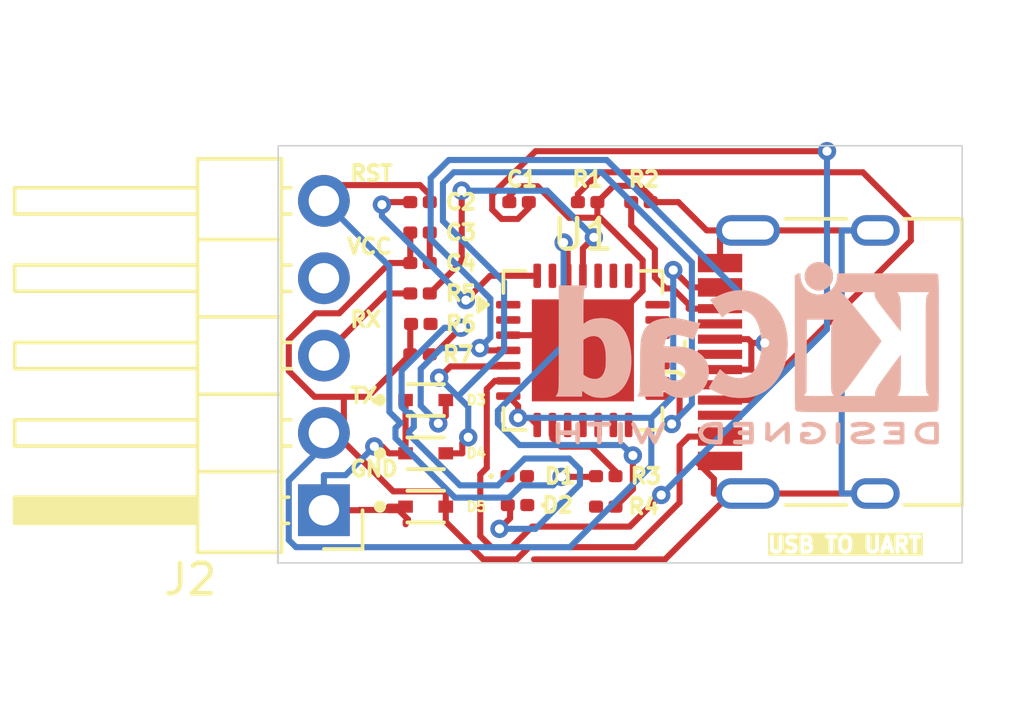
<source format=kicad_pcb>
(kicad_pcb (version 20241229) (generator "pcbnew") (generator_version "9.0")
  (layers (0 "F.Cu" signal) (2 "B.Cu" signal) (13 "F.Paste" user) (15 "B.Paste" user) (5 "F.SilkS" user "F.Silkscreen") (7 "B.SilkS" user "B.Silkscreen") (1 "F.Mask" user) (3 "B.Mask" user) (25 "Edge.Cuts" user))
  (net 0 "")
  (net 1 "Net-(U1-VDD)")
  (net 2 "GND")
  (net 3 "Net-(U1-~{DTR})")
  (net 4 "/RST")
  (net 5 "/VBUS")
  (net 6 "Net-(C3-Pad2)")
  (net 7 "Net-(D1-A)")
  (net 8 "Net-(D1-K)")
  (net 9 "Net-(D2-K)")
  (net 10 "Net-(D2-A)")
  (net 11 "/D+")
  (net 12 "/D-")
  (net 14 "Net-(J1-CC2)")
  (net 15 "Net-(J1-CC1)")
  (net 17 "/RX")
  (net 18 "/TX")
  (net 19 "Net-(U1-~{RST})")
  (footprint "Resistor_SMD:R_0201_0603Metric" (layer "F.Cu") (at 144.68 54.75)
    (property "Reference" "R6" (at 1.32 0 0) (layer "F.SilkS") (effects (font (size 0.5 0.5) (thickness 0.125))))
    (property "Value" "1k")
    (pad "1" smd roundrect (at -0.32 0) (size 0.46 0.4) (layers "F.Cu" "F.Mask") (net 5 "/VBUS"))
    (pad "2" smd roundrect (at 0.32 0) (size 0.46 0.4) (layers "F.Cu" "F.Mask") (net 7 "Net-(D1-A)"))
  )
  (footprint "Resistor_SMD:R_0201_0603Metric" (layer "F.Cu") (at 151.905 50.75)
    (property "Reference" "R2" (at 0.095 -0.75 0) (layer "F.SilkS") (effects (font (size 0.5 0.5) (thickness 0.125))))
    (property "Value" "5.1k")
    (pad "1" smd roundrect (at -0.32 0) (size 0.46 0.4) (layers "F.Cu" "F.Mask") (net 14 "Net-(J1-CC2)"))
    (pad "2" smd roundrect (at 0.32 0) (size 0.46 0.4) (layers "F.Cu" "F.Mask") (net 2 "GND"))
  )
  (footprint "Connector_USB:USB_C_Receptacle_HRO_TYPE-C-31-M-12" (layer "F.Cu") (at 158.545 56 90)
    (property "Reference" "J1" (at 0 -5.645 90) (layer "F.SilkS"))
    (property "Value" "USB_C_Receptacle_USB2.0_16P")
    (pad "" np_thru_hole circle (at -2.89 -2.6 90) (size 0.65 0.65) (drill 0.65) (layers "*.Cu" "*.Mask"))
    (pad "" np_thru_hole circle (at 2.89 -2.6 90) (size 0.65 0.65) (drill 0.65) (layers "*.Cu" "*.Mask"))
    (pad "A1" smd rect (at -3.25 -4.045 90) (size 0.6 1.45) (layers "F.Cu" "F.Mask" "F.Paste") (net 2 "GND"))
    (pad "A4" smd rect (at -2.45 -4.045 90) (size 0.6 1.45) (layers "F.Cu" "F.Mask" "F.Paste") (net 5 "/VBUS"))
    (pad "A5" smd rect (at -1.25 -4.045 90) (size 0.3 1.45) (layers "F.Cu" "F.Mask" "F.Paste") (net 15 "Net-(J1-CC1)"))
    (pad "A6" smd rect (at -0.25 -4.045 90) (size 0.3 1.45) (layers "F.Cu" "F.Mask" "F.Paste") (net 11 "/D+"))
    (pad "A7" smd rect (at 0.25 -4.045 90) (size 0.3 1.45) (layers "F.Cu" "F.Mask" "F.Paste") (net 12 "/D-"))
    (pad "A8" smd rect (at 1.25 -4.045 90) (size 0.3 1.45) (layers "F.Cu" "F.Mask" "F.Paste"))
    (pad "A9" smd rect (at 2.45 -4.045 90) (size 0.6 1.45) (layers "F.Cu" "F.Mask" "F.Paste") (net 5 "/VBUS"))
    (pad "A12" smd rect (at 3.25 -4.045 90) (size 0.6 1.45) (layers "F.Cu" "F.Mask" "F.Paste") (net 2 "GND"))
    (pad "B1" smd rect (at 3.25 -4.045 90) (size 0.6 1.45) (layers "F.Cu" "F.Mask" "F.Paste") (net 2 "GND"))
    (pad "B4" smd rect (at 2.45 -4.045 90) (size 0.6 1.45) (layers "F.Cu" "F.Mask" "F.Paste") (net 5 "/VBUS"))
    (pad "B5" smd rect (at 1.75 -4.045 90) (size 0.3 1.45) (layers "F.Cu" "F.Mask" "F.Paste") (net 14 "Net-(J1-CC2)"))
    (pad "B6" smd rect (at 0.75 -4.045 90) (size 0.3 1.45) (layers "F.Cu" "F.Mask" "F.Paste") (net 11 "/D+"))
    (pad "B7" smd rect (at -0.75 -4.045 90) (size 0.3 1.45) (layers "F.Cu" "F.Mask" "F.Paste") (net 12 "/D-"))
    (pad "B8" smd rect (at -1.75 -4.045 90) (size 0.3 1.45) (layers "F.Cu" "F.Mask" "F.Paste"))
    (pad "B9" smd rect (at -2.45 -4.045 90) (size 0.6 1.45) (layers "F.Cu" "F.Mask" "F.Paste") (net 5 "/VBUS"))
    (pad "B12" smd rect (at -3.25 -4.045 90) (size 0.6 1.45) (layers "F.Cu" "F.Mask" "F.Paste") (net 2 "GND"))
    (pad "S1" thru_hole oval (at -4.32 -3.13 90) (size 1 2.1) (drill oval 0.6 1.7) (property pad_prop_heatsink) (layers "*.Cu" "*.Mask") (net 2 "GND"))
    (pad "S1" thru_hole oval (at -4.32 1.05 90) (size 1 1.6) (drill oval 0.6 1.2) (property pad_prop_heatsink) (layers "*.Cu" "*.Mask") (net 2 "GND"))
    (pad "S1" thru_hole oval (at 4.32 -3.13 90) (size 1 2.1) (drill oval 0.6 1.7) (property pad_prop_heatsink) (layers "*.Cu" "*.Mask") (net 2 "GND"))
    (pad "S1" thru_hole oval (at 4.32 1.05 90) (size 1 1.6) (drill oval 0.6 1.2) (property pad_prop_heatsink) (layers "*.Cu" "*.Mask") (net 2 "GND"))
  )
  (footprint "Resistor_SMD:R_0201_0603Metric" (layer "F.Cu") (at 150.75 59.75)
    (property "Reference" "R3" (at 1.32 0 0) (layer "F.SilkS") (effects (font (size 0.5 0.5) (thickness 0.125))))
    (property "Value" "10k")
    (pad "1" smd roundrect (at -0.32 0) (size 0.46 0.4) (layers "F.Cu" "F.Mask") (net 4 "/RST"))
    (pad "2" smd roundrect (at 0.32 0) (size 0.46 0.4) (layers "F.Cu" "F.Mask") (net 19 "Net-(U1-~{RST})"))
  )
  (footprint "Package_DFN_QFN:QFN-28-1EP_5x5mm_P0.5mm_EP3.35x3.35mm" (layer "F.Cu") (at 150 55.62)
    (property "Reference" "U1" (at 0 -3.8 0) (layer "F.SilkS"))
    (property "Value" "CP2102N-Axx-xQFN28")
    (pad "1" smd roundrect (at -2.45 -1.5) (size 0.8 0.25) (layers "F.Cu" "F.Mask" "F.Paste"))
    (pad "2" smd roundrect (at -2.45 -1) (size 0.8 0.25) (layers "F.Cu" "F.Mask" "F.Paste"))
    (pad "3" smd roundrect (at -2.45 -0.5) (size 0.8 0.25) (layers "F.Cu" "F.Mask" "F.Paste") (net 2 "GND"))
    (pad "4" smd roundrect (at -2.45 0) (size 0.8 0.25) (layers "F.Cu" "F.Mask" "F.Paste") (net 11 "/D+"))
    (pad "5" smd roundrect (at -2.45 0.5) (size 0.8 0.25) (layers "F.Cu" "F.Mask" "F.Paste") (net 12 "/D-"))
    (pad "6" smd roundrect (at -2.45 1) (size 0.8 0.25) (layers "F.Cu" "F.Mask" "F.Paste") (net 1 "Net-(U1-VDD)"))
    (pad "7" smd roundrect (at -2.45 1.5) (size 0.8 0.25) (layers "F.Cu" "F.Mask" "F.Paste") (net 5 "/VBUS"))
    (pad "8" smd roundrect (at -1.5 2.45) (size 0.25 0.8) (layers "F.Cu" "F.Mask" "F.Paste") (net 5 "/VBUS"))
    (pad "9" smd roundrect (at -1 2.45) (size 0.25 0.8) (layers "F.Cu" "F.Mask" "F.Paste") (net 19 "Net-(U1-~{RST})"))
    (pad "10" smd roundrect (at -0.5 2.45) (size 0.25 0.8) (layers "F.Cu" "F.Mask" "F.Paste"))
    (pad "11" smd roundrect (at 0 2.45) (size 0.25 0.8) (layers "F.Cu" "F.Mask" "F.Paste"))
    (pad "12" smd roundrect (at 0.5 2.45) (size 0.25 0.8) (layers "F.Cu" "F.Mask" "F.Paste"))
    (pad "13" smd roundrect (at 1 2.45) (size 0.25 0.8) (layers "F.Cu" "F.Mask" "F.Paste"))
    (pad "14" smd roundrect (at 1.5 2.45) (size 0.25 0.8) (layers "F.Cu" "F.Mask" "F.Paste"))
    (pad "15" smd roundrect (at 2.45 1.5) (size 0.8 0.25) (layers "F.Cu" "F.Mask" "F.Paste"))
    (pad "16" smd roundrect (at 2.45 1) (size 0.8 0.25) (layers "F.Cu" "F.Mask" "F.Paste"))
    (pad "17" smd roundrect (at 2.45 0.5) (size 0.8 0.25) (layers "F.Cu" "F.Mask" "F.Paste"))
    (pad "18" smd roundrect (at 2.45 0) (size 0.8 0.25) (layers "F.Cu" "F.Mask" "F.Paste"))
    (pad "19" smd roundrect (at 2.45 -0.5) (size 0.8 0.25) (layers "F.Cu" "F.Mask" "F.Paste"))
    (pad "20" smd roundrect (at 2.45 -1) (size 0.8 0.25) (layers "F.Cu" "F.Mask" "F.Paste"))
    (pad "21" smd roundrect (at 2.45 -1.5) (size 0.8 0.25) (layers "F.Cu" "F.Mask" "F.Paste"))
    (pad "22" smd roundrect (at 1.5 -2.45) (size 0.25 0.8) (layers "F.Cu" "F.Mask" "F.Paste"))
    (pad "23" smd roundrect (at 1 -2.45) (size 0.25 0.8) (layers "F.Cu" "F.Mask" "F.Paste"))
    (pad "24" smd roundrect (at 0.5 -2.45) (size 0.25 0.8) (layers "F.Cu" "F.Mask" "F.Paste"))
    (pad "25" smd roundrect (at 0 -2.45) (size 0.25 0.8) (layers "F.Cu" "F.Mask" "F.Paste") (net 9 "Net-(D2-K)"))
    (pad "26" smd roundrect (at -0.5 -2.45) (size 0.25 0.8) (layers "F.Cu" "F.Mask" "F.Paste") (net 8 "Net-(D1-K)"))
    (pad "27" smd roundrect (at -1 -2.45) (size 0.25 0.8) (layers "F.Cu" "F.Mask" "F.Paste"))
    (pad "28" smd roundrect (at -1.5 -2.45) (size 0.25 0.8) (layers "F.Cu" "F.Mask" "F.Paste") (net 3 "Net-(U1-~{DTR})"))
    (pad "29" smd rect (at 0 0) (size 3.35 3.35) (property pad_prop_heatsink) (layers "F.Cu" "F.Mask") (net 2 "GND"))
  )
  (footprint "LED_SMD:LED_0201_0603Metric" (layer "F.Cu") (at 147.855 60.7 180)
    (property "Reference" "D2" (at -1.32 0 0) (layer "F.SilkS") (effects (font (size 0.5 0.5) (thickness 0.125))))
    (property "Value" "LED")
    (pad "1" smd roundrect (at -0.32 0 180) (size 0.46 0.4) (layers "F.Cu" "F.Mask") (net 9 "Net-(D2-K)"))
    (pad "2" smd roundrect (at 0.32 0 180) (size 0.46 0.4) (layers "F.Cu" "F.Mask") (net 10 "Net-(D2-A)"))
  )
  (footprint "Capacitor_SMD:C_0201_0603Metric" (layer "F.Cu") (at 144.655 50.75)
    (property "Reference" "C2" (at 1.345 0 0) (layer "F.SilkS") (effects (font (size 0.5 0.5) (thickness 0.125))))
    (property "Value" "100nF")
    (pad "1" smd roundrect (at -0.32 0) (size 0.46 0.4) (layers "F.Cu" "F.Mask") (net 3 "Net-(U1-~{DTR})"))
    (pad "2" smd roundrect (at 0.32 0) (size 0.46 0.4) (layers "F.Cu" "F.Mask") (net 4 "/RST"))
  )
  (footprint "Capacitor_SMD:C_0201_0603Metric" (layer "F.Cu") (at 144.655 52.75)
    (property "Reference" "C4" (at 1.345 0 0) (layer "F.SilkS") (effects (font (size 0.5 0.5) (thickness 0.125))))
    (property "Value" "100nF")
    (pad "1" smd roundrect (at -0.32 0) (size 0.46 0.4) (layers "F.Cu" "F.Mask") (net 5 "/VBUS"))
    (pad "2" smd roundrect (at 0.32 0) (size 0.46 0.4) (layers "F.Cu" "F.Mask") (net 6 "Net-(C3-Pad2)"))
  )
  (footprint "LESD5D5.0CT1G:TVS_LESD5D5.0CT1G" (layer "F.Cu") (at 144.84 60.75)
    (property "Reference" "D5" (at 1.66 0 0) (layer "F.SilkS") (effects (font (size 0.32 0.32) (thickness 0.08))))
    (property "Value" "LESD5D5.0CT1G")
    (pad "1" smd rect (at -0.66 0) (size 0.48 0.4) (layers "F.Cu" "F.Mask" "F.Paste") (net 2 "GND"))
    (pad "2" smd rect (at 0.66 0) (size 0.48 0.4) (layers "F.Cu" "F.Mask" "F.Paste") (net 5 "/VBUS"))
  )
  (footprint "Capacitor_SMD:C_0201_0603Metric" (layer "F.Cu") (at 144.655 51.75)
    (property "Reference" "C3" (at 1.345 0 0) (layer "F.SilkS") (effects (font (size 0.5 0.5) (thickness 0.125))))
    (property "Value" "100nF")
    (pad "1" smd roundrect (at -0.32 0) (size 0.46 0.4) (layers "F.Cu" "F.Mask") (net 5 "/VBUS"))
    (pad "2" smd roundrect (at 0.32 0) (size 0.46 0.4) (layers "F.Cu" "F.Mask") (net 6 "Net-(C3-Pad2)"))
  )
  (footprint "Resistor_SMD:R_0201_0603Metric" (layer "F.Cu") (at 144.655 55.75)
    (property "Reference" "R7" (at 1.25 0 0) (layer "F.SilkS") (effects (font (size 0.5 0.5) (thickness 0.125))))
    (property "Value" "1k")
    (pad "1" smd roundrect (at -0.32 0) (size 0.46 0.4) (layers "F.Cu" "F.Mask") (net 5 "/VBUS"))
    (pad "2" smd roundrect (at 0.32 0) (size 0.46 0.4) (layers "F.Cu" "F.Mask") (net 10 "Net-(D2-A)"))
  )
  (footprint "Resistor_SMD:R_0201_0603Metric" (layer "F.Cu") (at 150.75 60.75)
    (property "Reference" "R4" (at 1.25 0 0) (layer "F.SilkS") (effects (font (size 0.5 0.5) (thickness 0.125))))
    (property "Value" "1k")
    (pad "1" smd roundrect (at -0.32 0) (size 0.46 0.4) (layers "F.Cu" "F.Mask") (net 18 "/TX"))
    (pad "2" smd roundrect (at 0.32 0) (size 0.46 0.4) (layers "F.Cu" "F.Mask") (net 8 "Net-(D1-K)"))
  )
  (footprint "LESD5D5.0CT1G:TVS_LESD5D5.0CT1G" (layer "F.Cu") (at 144.84 59)
    (property "Reference" "D4" (at 1.66 0 0) (layer "F.SilkS") (effects (font (size 0.32 0.32) (thickness 0.08))))
    (property "Value" "LESD5D5.0CT1G")
    (pad "1" smd rect (at -0.66 0) (size 0.48 0.4) (layers "F.Cu" "F.Mask" "F.Paste") (net 2 "GND"))
    (pad "2" smd rect (at 0.66 0) (size 0.48 0.4) (layers "F.Cu" "F.Mask" "F.Paste") (net 12 "/D-"))
  )
  (footprint "Capacitor_SMD:C_0201_0603Metric" (layer "F.Cu") (at 147.905 50.75)
    (property "Reference" "C1" (at 0.095 -0.75 0) (layer "F.SilkS") (effects (font (size 0.5 0.5) (thickness 0.125))))
    (property "Value" "100nF")
    (pad "1" smd roundrect (at -0.32 0) (size 0.46 0.4) (layers "F.Cu" "F.Mask") (net 2 "GND"))
    (pad "2" smd roundrect (at 0.32 0) (size 0.46 0.4) (layers "F.Cu" "F.Mask") (net 1 "Net-(U1-VDD)"))
  )
  (footprint "Resistor_SMD:R_0201_0603Metric" (layer "F.Cu") (at 150.155 50.75)
    (property "Reference" "R1" (at 0 -0.75 0) (layer "F.SilkS") (effects (font (size 0.5 0.5) (thickness 0.125))))
    (property "Value" "5.1k")
    (pad "1" smd roundrect (at -0.32 0) (size 0.46 0.4) (layers "F.Cu" "F.Mask") (net 15 "Net-(J1-CC1)"))
    (pad "2" smd roundrect (at 0.32 0) (size 0.46 0.4) (layers "F.Cu" "F.Mask") (net 2 "GND"))
  )
  (footprint "LESD5D5.0CT1G:TVS_LESD5D5.0CT1G" (layer "F.Cu") (at 144.84 57.25)
    (property "Reference" "D3" (at 1.66 0 0) (layer "F.SilkS") (effects (font (size 0.32 0.32) (thickness 0.08))))
    (property "Value" "LESD5D5.0CT1G")
    (pad "1" smd rect (at -0.66 0) (size 0.48 0.4) (layers "F.Cu" "F.Mask" "F.Paste") (net 2 "GND"))
    (pad "2" smd rect (at 0.66 0) (size 0.48 0.4) (layers "F.Cu" "F.Mask" "F.Paste") (net 11 "/D+"))
  )
  (footprint "Connector_PinHeader_2.54mm:PinHeader_1x05_P2.54mm_Horizontal" (layer "F.Cu") (at 141.5 60.87 180)
    (property "Reference" "J2" (at 4.385 -2.27 0) (layer "F.SilkS"))
    (property "Value" "Conn_01x05_Pin")
    (pad "1" thru_hole rect (at 0 0 180) (size 1.7 1.7) (drill 1) (layers "*.Cu" "*.Mask") (net 2 "GND"))
    (pad "2" thru_hole circle (at 0 2.54 180) (size 1.7 1.7) (drill 1) (layers "*.Cu" "*.Mask") (net 5 "/VBUS"))
    (pad "3" thru_hole circle (at 0 5.08 180) (size 1.7 1.7) (drill 1) (layers "*.Cu" "*.Mask") (net 17 "/RX"))
    (pad "4" thru_hole circle (at 0 7.62 180) (size 1.7 1.7) (drill 1) (layers "*.Cu" "*.Mask") (net 18 "/TX"))
    (pad "5" thru_hole circle (at 0 10.16 180) (size 1.7 1.7) (drill 1) (layers "*.Cu" "*.Mask") (net 4 "/RST"))
  )
  (footprint "Resistor_SMD:R_0201_0603Metric" (layer "F.Cu") (at 144.655 53.75)
    (property "Reference" "R5" (at 1.345 0 0) (layer "F.SilkS") (effects (font (size 0.5 0.5) (thickness 0.125))))
    (property "Value" "1k")
    (pad "1" smd roundrect (at -0.32 0) (size 0.46 0.4) (layers "F.Cu" "F.Mask") (net 17 "/RX"))
    (pad "2" smd roundrect (at 0.32 0) (size 0.46 0.4) (layers "F.Cu" "F.Mask") (net 9 "Net-(D2-K)"))
  )
  (footprint "LED_SMD:LED_0201_0603Metric" (layer "F.Cu") (at 147.845 59.75)
    (property "Reference" "D1" (at 1.405 0 0) (layer "F.SilkS") (effects (font (size 0.5 0.5) (thickness 0.125))))
    (property "Value" "LED")
    (pad "1" smd roundrect (at -0.32 0) (size 0.46 0.4) (layers "F.Cu" "F.Mask") (net 8 "Net-(D1-K)"))
    (pad "2" smd roundrect (at 0.32 0) (size 0.46 0.4) (layers "F.Cu" "F.Mask") (net 7 "Net-(D1-A)"))
  )
  (footprint "Symbol:KiCad-Logo2_5mm_SilkScreen" (layer "B.Cu") (at 155.4 55.7 180)
    (property "Reference" "REF**" (hide yes))
    (property "Value" "KiCad-Logo2_5mm_SilkScreen" (hide yes))
  )
  (gr_line (start 139.983668 62.616619) (end 139.983667 62.383388) (stroke (width 0.05)) (layer "Edge.Cuts"))
  (gr_line (start 140 49.2) (end 139.983667 62.383388) (stroke (width 0.05)) (layer "Edge.Cuts"))
  (gr_rect (start 140 48.9) (end 162.445 62.6) (stroke (width 0.05)) (fill no) (layer "Edge.Cuts"))
  (gr_text "GND" (at 142.3 59.8 0) (layer "F.SilkS") (effects (font (size 0.5 0.5) (thickness 0.125) (bold yes)) (justify left bottom)))
  (gr_text "RX" (at 142.3 54.9 0) (layer "F.SilkS") (effects (font (size 0.5 0.5) (thickness 0.125) (bold yes)) (justify left bottom)))
  (gr_text "TX\n" (at 142.3 57.4 0) (layer "F.SilkS") (effects (font (size 0.5 0.5) (thickness 0.125) (bold yes)) (justify left bottom)))
  (gr_text "RST" (at 142.3 50.1 0) (layer "F.SilkS") (effects (font (size 0.5 0.5) (thickness 0.125) (bold yes)) (justify left bottom)))
  (gr_text "USB TO UART \n" (at 156 62.3 0) (layer "F.SilkS" knockout) (effects (font (size 0.5 0.5) (thickness 0.125) (bold yes)) (justify left bottom)))
  (gr_text "VCC" (at 142.2 52.5 0) (layer "F.SilkS") (effects (font (size 0.5 0.5) (thickness 0.125) (bold yes)) (justify left bottom)))
  (segment (start 147.112 56.62) (end 147.55 56.62) (width 0.2) (layer "F.Cu") (net 1))
  (segment (start 146.846 56.8858) (end 147.112 56.62) (width 0.2) (layer "F.Cu") (net 1))
  (segment (start 147.024 50.9951) (end 147.024 50.5026) (width 0.2) (layer "F.Cu") (net 1))
  (segment (start 148.338 61.4059) (end 147.662 62.0817) (width 0.2) (layer "F.Cu") (net 1))
  (segment (start 146.632 59.6913) (end 146.846 59.4766) (width 0.2) (layer "F.Cu") (net 1))
  (segment (start 152.571 60.3685) (end 151.533 61.4059) (width 0.2) (layer "F.Cu") (net 1))
  (segment (start 148.449 49.0776) (end 158.01 49.0776) (width 0.2) (layer "F.Cu") (net 1))
  (segment (start 151.533 61.4059) (end 148.338 61.4059) (width 0.2) (layer "F.Cu") (net 1))
  (segment (start 146.996 62.0817) (end 146.632 61.7174) (width 0.2) (layer "F.Cu") (net 1))
  (segment (start 151.533 61.4059) (end 152.571 60.3685) (width 0.2) (layer "F.Cu") (net 1))
  (segment (start 148.225 50.9427) (end 147.864 51.3033) (width 0.2) (layer "F.Cu") (net 1))
  (segment (start 147.864 51.3033) (end 147.332 51.3033) (width 0.2) (layer "F.Cu") (net 1))
  (segment (start 147.662 62.0817) (end 146.996 62.0817) (width 0.2) (layer "F.Cu") (net 1))
  (segment (start 152.571 60.3685) (end 151.533 61.4059) (width 0.2) (layer "F.Cu") (net 1))
  (segment (start 146.846 59.4766) (end 146.846 56.8858) (width 0.2) (layer "F.Cu") (net 1))
  (segment (start 147.024 50.5026) (end 148.449 49.0776) (width 0.2) (layer "F.Cu") (net 1))
  (segment (start 146.632 61.7174) (end 146.632 59.6913) (width 0.2) (layer "F.Cu") (net 1))
  (segment (start 148.225 50.75) (end 148.225 50.9427) (width 0.2) (layer "F.Cu") (net 1))
  (segment (start 147.332 51.3033) (end 147.024 50.9951) (width 0.2) (layer "F.Cu") (net 1))
  (via (at 158.01 49.0776) (size 0.6) (drill 0.3) (layers "F.Cu" "B.Cu") (net 1))
  (via (at 152.571 60.3685) (size 0.6) (drill 0.3) (layers "F.Cu" "B.Cu") (net 1))
  (segment (start 158.01 49.0776) (end 158.01 54.9293) (width 0.2) (layer "B.Cu") (net 1))
  (segment (start 158.01 54.9293) (end 152.571 60.3685) (width 0.2) (layer "B.Cu") (net 1))
  (segment (start 151.96 53.6598) (end 151.96 52.6572) (width 0.2) (layer "F.Cu") (net 2))
  (segment (start 155.415 51.68) (end 154.481 51.68) (width 0.2) (layer "F.Cu") (net 2))
  (segment (start 154.481 51.68) (end 154.063 51.68) (width 0.2) (layer "F.Cu") (net 2))
  (segment (start 154.063 51.68) (end 153.133 50.75) (width 0.2) (layer "F.Cu") (net 2))
  (segment (start 143.957 60.8676) (end 144.26 61.1708) (width 0.2) (layer "F.Cu") (net 2))
  (segment (start 151.96 52.6572) (end 150.566 51.2635) (width 0.2) (layer "F.Cu") (net 2))
  (segment (start 142.652 60.87) (end 141.5 60.87) (width 0.2) (layer "F.Cu") (net 2))
  (segment (start 159.595 60.32) (end 155.415 60.32) (width 0.2) (layer "F.Cu") (net 2))
  (segment (start 144.26 61.1709) (end 144.184 61.2472) (width 0.2) (layer "F.Cu") (net 2))
  (segment (start 144.18 57.25) (end 144.18 59) (width 0.2) (layer "F.Cu") (net 2))
  (segment (start 143.413 58.7746) (end 143.154 58.7746) (width 0.2) (layer "F.Cu") (net 2))
  (segment (start 147.585 50.559) (end 147.914 50.2295) (width 0.2) (layer "F.Cu") (net 2))
  (segment (start 151.871 50.2162) (end 152.225 50.57) (width 0.2) (layer "F.Cu") (net 2))
  (segment (start 149.5 55.12) (end 147.55 55.12) (width 0.2) (layer "F.Cu") (net 2))
  (segment (start 143.638 60.8599) (end 142.662 60.8599) (width 0.2) (layer "F.Cu") (net 2))
  (segment (start 143.646 60.8676) (end 143.957 60.8676) (width 0.2) (layer "F.Cu") (net 2))
  (segment (start 149.581 51.2635) (end 150.475 51.2635) (width 0.2) (layer "F.Cu") (net 2))
  (segment (start 144.18 60.75) (end 143.638 60.75) (width 0.2) (layer "F.Cu") (net 2))
  (segment (start 147.914 50.2295) (end 148.511 50.2295) (width 0.2) (layer "F.Cu") (net 2))
  (segment (start 154.857 60.32) (end 152.694 62.4834) (width 0.2) (layer "F.Cu") (net 2))
  (segment (start 152.225 50.57) (end 152.225 50.75) (width 0.2) (layer "F.Cu") (net 2))
  (segment (start 152.694 62.4834) (end 148.396 62.4834) (width 0.2) (layer "F.Cu") (net 2))
  (segment (start 155.415 60.32) (end 154.857 60.32) (width 0.2) (layer "F.Cu") (net 2))
  (segment (start 150 55.62) (end 151.96 53.6598) (width 0.2) (layer "F.Cu") (net 2))
  (segment (start 149.563 51.2635) (end 149.581 51.2635) (width 0.2) (layer "F.Cu") (net 2))
  (segment (start 154.299 60.32) (end 154.299 59.8376) (width 0.2) (layer "F.Cu") (net 2))
  (segment (start 144.26 61.1708) (end 144.26 61.1709) (width 0.2) (layer "F.Cu") (net 2))
  (segment (start 150.566 51.2635) (end 150.475 51.2635) (width 0.2) (layer "F.Cu") (net 2))
  (segment (start 154.299 59.8376) (end 153.712 59.25) (width 0.2) (layer "F.Cu") (net 2))
  (segment (start 159.595 51.68) (end 155.415 51.68) (width 0.2) (layer "F.Cu") (net 2))
  (segment (start 153.133 50.75) (end 152.225 50.75) (width 0.2) (layer "F.Cu") (net 2))
  (segment (start 150.475 50.75) (end 151.009 50.2162) (width 0.2) (layer "F.Cu") (net 2))
  (segment (start 154.6602 51.7848) (end 154.5 51.9449) (width 0.2) (layer "F.Cu") (net 2))
  (segment (start 150 55.62) (end 149.5 55.12) (width 0.2) (layer "F.Cu") (net 2))
  (segment (start 144.18 59) (end 143.638 59) (width 0.2) (layer "F.Cu") (net 2))
  (segment (start 154.481 51.68) (end 154.5554 51.68) (width 0.2) (layer "F.Cu") (net 2))
  (segment (start 150.475 51.2635) (end 150.475 50.75) (width 0.2) (layer "F.Cu") (net 2))
  (segment (start 154.5 51.9449) (end 154.5 52.75) (width 0.2) (layer "F.Cu") (net 2))
  (segment (start 154.857 60.32) (end 154.299 60.32) (width 0.2) (layer "F.Cu") (net 2))
  (segment (start 154.765 51.68) (end 154.6602 51.7848) (width 0.2) (layer "F.Cu") (net 2))
  (segment (start 153.712 59.25) (end 154.5 59.25) (width 0.2) (layer "F.Cu") (net 2))
  (segment (start 149.545 51.2635) (end 149.563 51.2635) (width 0.2) (layer "F.Cu") (net 2))
  (segment (start 151.009 50.2162) (end 151.871 50.2162) (width 0.2) (layer "F.Cu") (net 2))
  (segment (start 143.638 60.8599) (end 143.646 60.8676) (width 0.2) (layer "F.Cu") (net 2))
  (segment (start 144.184 61.2472) (end 144.184 61.3298) (width 0.2) (layer "F.Cu") (net 2))
  (segment (start 143.638 60.75) (end 143.638 60.8599) (width 0.2) (layer "F.Cu") (net 2))
  (segment (start 147.585 50.75) (end 147.585 50.559) (width 0.2) (layer "F.Cu") (net 2))
  (segment (start 143.638 59) (end 143.413 58.7746) (width 0.2) (layer "F.Cu") (net 2))
  (segment (start 142.662 60.8599) (end 142.652 60.87) (width 0.2) (layer "F.Cu") (net 2))
  (segment (start 154.5554 51.68) (end 154.6602 51.7848) (width 0.2) (layer "F.Cu") (net 2))
  (segment (start 148.511 50.2295) (end 149.545 51.2635) (width 0.2) (layer "F.Cu") (net 2))
  (via (at 143.154 58.7746) (size 0.6) (drill 0.3) (layers "F.Cu" "B.Cu") (net 2))
  (segment (start 142.21 59.7183) (end 143.154 58.7746) (width 0.2) (layer "B.Cu") (net 2))
  (segment (start 159.595 51.68) (end 158.493 51.68) (width 0.2) (layer "B.Cu") (net 2))
  (segment (start 158.493 60.32) (end 159.595 60.32) (width 0.2) (layer "B.Cu") (net 2))
  (segment (start 141.5 59.7183) (end 142.21 59.7183) (width 0.2) (layer "B.Cu") (net 2))
  (segment (start 141.5 60.87) (end 141.5 59.7183) (width 0.2) (layer "B.Cu") (net 2))
  (segment (start 158.493 51.68) (end 158.493 60.32) (width 0.2) (layer "B.Cu") (net 2))
  (segment (start 146.959 53.17) (end 148.5 53.17) (width 0.2) (layer "F.Cu") (net 3))
  (segment (start 143.488 50.75) (end 143.405 50.8333) (width 0.2) (layer "F.Cu") (net 3))
  (segment (start 146.16 53.9694) (end 146.959 53.17) (width 0.2) (layer "F.Cu") (net 3))
  (segment (start 144.335 50.75) (end 143.488 50.75) (width 0.2) (layer "F.Cu") (net 3))
  (via (at 143.405 50.8333) (size 0.6) (drill 0.3) (layers "F.Cu" "B.Cu") (net 3))
  (via (at 146.16 53.9694) (size 0.6) (drill 0.3) (layers "F.Cu" "B.Cu") (net 3))
  (segment (start 143.405 50.8333) (end 143.405 51.2142) (width 0.2) (layer "B.Cu") (net 3))
  (segment (start 143.405 51.2142) (end 146.16 53.9694) (width 0.2) (layer "B.Cu") (net 3))
  (segment (start 144.975 50.5127) (end 144.975 50.75) (width 0.2) (layer "F.Cu") (net 4))
  (segment (start 150.43 59.75) (end 150.407 59.7729) (width 0.2) (layer "F.Cu") (net 4))
  (segment (start 141.5 50.71) (end 142.018 50.1916) (width 0.2) (layer "F.Cu") (net 4))
  (segment (start 144.654 50.1916) (end 144.975 50.5127) (width 0.2) (layer "F.Cu") (net 4))
  (segment (start 150.407 59.7729) (end 149.298 59.7729) (width 0.2) (layer "F.Cu") (net 4))
  (segment (start 142.018 50.1916) (end 144.654 50.1916) (width 0.2) (layer "F.Cu") (net 4))
  (via (at 149.298 59.7729) (size 0.6) (drill 0.3) (layers "F.Cu" "B.Cu") (net 4))
  (segment (start 144.014 58.005) (end 143.849 58.1694) (width 0.2) (layer "B.Cu") (net 4))
  (segment (start 147.811 60.2183) (end 147.978 60.052) (width 0.2) (layer "B.Cu") (net 4))
  (segment (start 143.885 57.8759) (end 144.014 58.005) (width 0.2) (layer "B.Cu") (net 4))
  (segment (start 143.649 57.6405) (end 143.885 57.8759) (width 0.2) (layer "B.Cu") (net 4))
  (segment (start 147.978 60.052) (end 149.019 60.052) (width 0.2) (layer "B.Cu") (net 4))
  (segment (start 143.649 52.8592) (end 143.649 57.6405) (width 0.2) (layer "B.Cu") (net 4))
  (segment (start 143.885 57.8759) (end 144.014 58.005) (width 0.2) (layer "B.Cu") (net 4))
  (segment (start 143.849 58.502) (end 145.801 60.4537) (width 0.2) (layer "B.Cu") (net 4))
  (segment (start 141.5 50.71) (end 143.649 52.8592) (width 0.2) (layer "B.Cu") (net 4))
  (segment (start 145.801 60.4537) (end 147.576 60.4537) (width 0.2) (layer "B.Cu") (net 4))
  (segment (start 147.576 60.4537) (end 147.811 60.2183) (width 0.2) (layer "B.Cu") (net 4))
  (segment (start 149.019 60.052) (end 149.298 59.7729) (width 0.2) (layer "B.Cu") (net 4))
  (segment (start 143.849 58.1694) (end 143.849 58.502) (width 0.2) (layer "B.Cu") (net 4))
  (segment (start 147.811 60.2183) (end 147.978 60.052) (width 0.2) (layer "B.Cu") (net 4))
  (segment (start 145.5 60.2483) (end 145.5 60.75) (width 0.2) (layer "F.Cu") (net 5))
  (segment (start 144.335 52.75) (end 144.335 51.75) (width 0.2) (layer "F.Cu") (net 5))
  (segment (start 153.473 58.45) (end 154.5 58.45) (width 0.2) (layer "F.Cu") (net 5))
  (segment (start 142.155 58.33) (end 142.155 58.6265) (width 0.2) (layer "F.Cu") (net 5))
  (segment (start 146.732 62.4834) (end 147.828 62.4834) (width 0.2) (layer "F.Cu") (net 5))
  (segment (start 140.348 55.2763) (end 141.223 54.4017) (width 0.2) (layer "F.Cu") (net 5))
  (segment (start 143.776 60.2483) (end 145.5 60.2483) (width 0.2) (layer "F.Cu") (net 5))
  (segment (start 147.828 62.4834) (end 148.064 62.248) (width 0.2) (layer "F.Cu") (net 5))
  (segment (start 144.335 55.75) (end 142.942 57.1435) (width 0.2) (layer "F.Cu") (net 5))
  (segment (start 142.155 57.1435) (end 141.194 57.1435) (width 0.2) (layer "F.Cu") (net 5))
  (segment (start 147.873 57.8346) (end 148.265 57.8346) (width 0.2) (layer "F.Cu") (net 5))
  (segment (start 141.223 54.4017) (end 142.001 54.4017) (width 0.2) (layer "F.Cu") (net 5))
  (segment (start 140.348 56.2977) (end 140.348 55.2763) (width 0.2) (layer "F.Cu") (net 5))
  (segment (start 145.5 60.75) (end 145.5 61.2517) (width 0.2) (layer "F.Cu") (net 5))
  (segment (start 148.265 57.8346) (end 148.5 58.07) (width 0.2) (layer "F.Cu") (net 5))
  (segment (start 148.064 62.248) (end 148.23 62.0817) (width 0.2) (layer "F.Cu") (net 5))
  (segment (start 153.172 60.6177) (end 153.172 58.7509) (width 0.2) (layer "F.Cu") (net 5))
  (segment (start 142.001 54.4017) (end 143.653 52.75) (width 0.2) (layer "F.Cu") (net 5))
  (segment (start 147.873 57.443) (end 147.873 57.8346) (width 0.2) (layer "F.Cu") (net 5))
  (segment (start 142.155 58.6265) (end 143.776 60.2483) (width 0.2) (layer "F.Cu") (net 5))
  (segment (start 144.36 54.75) (end 144.335 54.775) (width 0.2) (layer "F.Cu") (net 5))
  (segment (start 147.55 57.12) (end 147.873 57.443) (width 0.2) (layer "F.Cu") (net 5))
  (segment (start 154.5 53.55) (end 153.531 53.55) (width 0.2) (layer "F.Cu") (net 5))
  (segment (start 148.064 62.248) (end 148.23 62.0817) (width 0.2) (layer "F.Cu") (net 5))
  (segment (start 142.155 57.1435) (end 142.155 58.33) (width 0.2) (layer "F.Cu") (net 5))
  (segment (start 151.708 62.0817) (end 153.172 60.6177) (width 0.2) (layer "F.Cu") (net 5))
  (segment (start 143.653 52.75) (end 144.335 52.75) (width 0.2) (layer "F.Cu") (net 5))
  (segment (start 153.172 58.7509) (end 153.473 58.45) (width 0.2) (layer "F.Cu") (net 5))
  (segment (start 148.23 62.0817) (end 151.708 62.0817) (width 0.2) (layer "F.Cu") (net 5))
  (segment (start 144.335 54.775) (end 144.335 55.75) (width 0.2) (layer "F.Cu") (net 5))
  (segment (start 153.531 53.55) (end 152.964 52.9822) (width 0.2) (layer "F.Cu") (net 5))
  (segment (start 145.5 61.2517) (end 146.732 62.4834) (width 0.2) (layer "F.Cu") (net 5))
  (segment (start 141.194 57.1435) (end 140.348 56.2977) (width 0.2) (layer "F.Cu") (net 5))
  (segment (start 142.942 57.1435) (end 142.155 57.1435) (width 0.2) (layer "F.Cu") (net 5))
  (segment (start 141.5 58.33) (end 142.155 58.33) (width 0.2) (layer "F.Cu") (net 5))
  (via (at 152.964 52.9822) (size 0.6) (drill 0.3) (layers "F.Cu" "B.Cu") (net 5))
  (via (at 147.873 57.8346) (size 0.6) (drill 0.3) (layers "F.Cu" "B.Cu") (net 5))
  (segment (start 152.964 57.116) (end 152.964 52.9822) (width 0.2) (layer "B.Cu") (net 5))
  (segment (start 147.873 57.8346) (end 152.245 57.8346) (width 0.2) (layer "B.Cu") (net 5))
  (segment (start 141.5 58.7434) (end 140.348 59.895) (width 0.2) (layer "B.Cu") (net 5))
  (segment (start 140.348 59.895) (end 140.348 61.845) (width 0.2) (layer "B.Cu") (net 5))
  (segment (start 152.245 57.8346) (end 152.964 57.116) (width 0.2) (layer "B.Cu") (net 5))
  (segment (start 152.245 59.4113) (end 152.245 57.8346) (width 0.2) (layer "B.Cu") (net 5))
  (segment (start 149.575 62.0817) (end 152.245 59.4113) (width 0.2) (layer "B.Cu") (net 5))
  (segment (start 140.348 61.845) (end 140.585 62.0817) (width 0.2) (layer "B.Cu") (net 5))
  (segment (start 141.5 58.33) (end 141.5 58.7434) (width 0.2) (layer "B.Cu") (net 5))
  (segment (start 140.585 62.0817) (end 149.575 62.0817) (width 0.2) (layer "B.Cu") (net 5))
  (segment (start 144.975 51.75) (end 144.975 52.75) (width 0.2) (layer "F.Cu") (net 6))
  (segment (start 151.64 59.0708) (end 151.64 60.1805) (width 0.2) (layer "F.Cu") (net 8))
  (segment (start 151.64 60.1805) (end 151.07 60.75) (width 0.2) (layer "F.Cu") (net 8))
  (segment (start 149.5 52.212) (end 149.367 52.0791) (width 0.2) (layer "F.Cu") (net 8))
  (segment (start 149.5 53.17) (end 149.5 52.212) (width 0.2) (layer "F.Cu") (net 8))
  (via (at 151.64 59.0708) (size 0.6) (drill 0.3) (layers "F.Cu" "B.Cu") (net 8))
  (via (at 149.367 52.0791) (size 0.6) (drill 0.3) (layers "F.Cu" "B.Cu") (net 8))
  (segment (start 147.21 57.5988) (end 147.21 58.0222) (width 0.2) (layer "B.Cu") (net 8))
  (segment (start 149.367 55.4412) (end 147.21 57.5988) (width 0.2) (layer "B.Cu") (net 8))
  (segment (start 149.367 52.0791) (end 149.367 55.4412) (width 0.2) (layer "B.Cu") (net 8))
  (segment (start 147.915 58.7276) (end 151.296 58.7276) (width 0.2) (layer "B.Cu") (net 8))
  (segment (start 151.296 58.7276) (end 151.64 59.0708) (width 0.2) (layer "B.Cu") (net 8))
  (segment (start 147.21 58.0222) (end 147.915 58.7276) (width 0.2) (layer "B.Cu") (net 8))
  (segment (start 146.023 50.3747) (end 146.023 52.7018) (width 0.2) (layer "F.Cu") (net 9))
  (segment (start 145.923 52.8018) (end 145.8229 52.9019) (width 0.2) (layer "F.Cu") (net 9))
  (segment (start 150.36 51.9084) (end 150 52.2689) (width 0.2) (layer "F.Cu") (net 9))
  (segment (start 145.8229 52.9019) (end 144.975 53.75) (width 0.2) (layer "F.Cu") (net 9))
  (segment (start 146.023 52.7018) (end 145.923 52.8018) (width 0.2) (layer "F.Cu") (net 9))
  (segment (start 150 52.2689) (end 150 53.17) (width 0.2) (layer "F.Cu") (net 9))
  (via (at 146.023 50.3747) (size 0.6) (drill 0.3) (layers "F.Cu" "B.Cu") (net 9))
  (via (at 150.36 51.9084) (size 0.6) (drill 0.3) (layers "F.Cu" "B.Cu") (net 9))
  (segment (start 148.827 50.3747) (end 150.36 51.9084) (width 0.2) (layer "B.Cu") (net 9))
  (segment (start 146.023 50.3747) (end 148.827 50.3747) (width 0.2) (layer "B.Cu") (net 9))
  (segment (start 145.124 55.75) (end 145.999 54.8756) (width 0.2) (layer "F.Cu") (net 10))
  (segment (start 144.975 55.75) (end 145.124 55.75) (width 0.2) (layer "F.Cu") (net 10))
  (segment (start 147.262 61.48) (end 147.61 61.1319) (width 0.2) (layer "F.Cu") (net 10))
  (segment (start 147.61 61.1319) (end 147.61 60.75) (width 0.2) (layer "F.Cu") (net 10))
  (via (at 145.999 54.8756) (size 0.6) (drill 0.3) (layers "F.Cu" "B.Cu") (net 10))
  (via (at 147.262 61.48) (size 0.6) (drill 0.3) (layers "F.Cu" "B.Cu") (net 10))
  (segment (start 145.967 60.052) (end 147.209 60.052) (width 0.2) (layer "B.Cu") (net 10))
  (segment (start 144.451 57.7791) (end 144.451 58.1357) (width 0.2) (layer "B.Cu") (net 10))
  (segment (start 144.292 58.377) (end 145.967 60.052) (width 0.2) (layer "B.Cu") (net 10))
  (segment (start 144.346 57.6742) (end 144.451 57.7791) (width 0.2) (layer "B.Cu") (net 10))
  (segment (start 144.251 57.6742) (end 144.346 57.6742) (width 0.2) (layer "B.Cu") (net 10))
  (segment (start 144.451 58.1357) (end 144.292 58.2944) (width 0.2) (layer "B.Cu") (net 10))
  (segment (start 149.552 59.1708) (end 149.903 59.5216) (width 0.2) (layer "B.Cu") (net 10))
  (segment (start 145.454 54.8756) (end 144.051 56.279) (width 0.2) (layer "B.Cu") (net 10))
  (segment (start 145.999 54.8756) (end 145.454 54.8756) (width 0.2) (layer "B.Cu") (net 10))
  (segment (start 147.209 60.052) (end 148.091 59.1708) (width 0.2) (layer "B.Cu") (net 10))
  (segment (start 149.903 60.0195) (end 148.443 61.48) (width 0.2) (layer "B.Cu") (net 10))
  (segment (start 144.051 57.4742) (end 144.251 57.6742) (width 0.2) (layer "B.Cu") (net 10))
  (segment (start 149.903 59.5216) (end 149.903 60.0195) (width 0.2) (layer "B.Cu") (net 10))
  (segment (start 144.292 58.2944) (end 144.292 58.377) (width 0.2) (layer "B.Cu") (net 10))
  (segment (start 144.051 56.279) (end 144.051 57.4742) (width 0.2) (layer "B.Cu") (net 10))
  (segment (start 148.443 61.48) (end 147.262 61.48) (width 0.2) (layer "B.Cu") (net 10))
  (segment (start 148.091 59.1708) (end 149.552 59.1708) (width 0.2) (layer "B.Cu") (net 10))
  (segment (start 155.527 55.3752) (end 155.527 55.3508) (width 0.2) (layer "F.Cu") (net 11))
  (segment (start 145.5 57.7711) (end 145.5 57.25) (width 0.2) (layer "F.Cu") (net 11))
  (segment (start 154.5 56.25) (end 155.527 56.25) (width 0.2) (layer "F.Cu") (net 11))
  (segment (start 155.426 55.25) (end 154.5 55.25) (width 0.2) (layer "F.Cu") (net 11))
  (segment (start 145.254 58.0166) (end 145.5 57.7711) (width 0.2) (layer "F.Cu") (net 11))
  (segment (start 155.527 55.3508) (end 155.426 55.25) (width 0.2) (layer "F.Cu") (net 11))
  (segment (start 155.527 56.25) (end 155.527 55.3752) (width 0.2) (layer "F.Cu") (net 11))
  (segment (start 146.615 55.5444) (end 146.69 55.62) (width 0.2) (layer "F.Cu") (net 11))
  (segment (start 155.527 55.3752) (end 155.967 55.3752) (width 0.2) (layer "F.Cu") (net 11))
  (segment (start 146.69 55.62) (end 147.55 55.62) (width 0.2) (layer "F.Cu") (net 11))
  (via (at 145.254 58.0166) (size 0.6) (drill 0.3) (layers "F.Cu" "B.Cu") (net 11))
  (via (at 155.967 55.3752) (size 0.6) (drill 0.3) (layers "F.Cu" "B.Cu") (net 11))
  (via (at 146.615 55.5444) (size 0.6) (drill 0.3) (layers "F.Cu" "B.Cu") (net 11))
  (segment (start 145.254 58.0145) (end 144.678 57.4375) (width 0.2) (layer "B.Cu") (net 11))
  (segment (start 145.004 49.9604) (end 145.004 51.9624) (width 0.2) (layer "B.Cu") (net 11))
  (segment (start 145.359 55.5444) (end 146.615 55.5444) (width 0.2) (layer "B.Cu") (net 11))
  (segment (start 150.782 49.3669) (end 145.598 49.3669) (width 0.2) (layer "B.Cu") (net 11))
  (segment (start 144.678 56.226) (end 145.359 55.5444) (width 0.2) (layer "B.Cu") (net 11))
  (segment (start 146.963 53.9218) (end 146.963 55.1957) (width 0.2) (layer "B.Cu") (net 11))
  (segment (start 155.967 54.5515) (end 150.782 49.3669) (width 0.2) (layer "B.Cu") (net 11))
  (segment (start 144.678 57.4375) (end 144.678 56.226) (width 0.2) (layer "B.Cu") (net 11))
  (segment (start 145.004 51.9624) (end 146.797 53.7555) (width 0.2) (layer "B.Cu") (net 11))
  (segment (start 146.963 55.1957) (end 146.615 55.5444) (width 0.2) (layer "B.Cu") (net 11))
  (segment (start 155.967 55.3752) (end 155.967 54.5515) (width 0.2) (layer "B.Cu") (net 11))
  (segment (start 146.797 53.7555) (end 146.963 53.9218) (width 0.2) (layer "B.Cu") (net 11))
  (segment (start 145.598 49.3669) (end 145.004 49.9604) (width 0.2) (layer "B.Cu") (net 11))
  (segment (start 145.254 58.0166) (end 145.254 58.0145) (width 0.2) (layer "B.Cu") (net 11))
  (segment (start 146.797 53.7555) (end 146.963 53.9218) (width 0.2) (layer "B.Cu") (net 11))
  (segment (start 153.173 57.7788) (end 152.914 58.038) (width 0.2) (layer "F.Cu") (net 12))
  (segment (start 146.042 59) (end 146.042 58.6683) (width 0.2) (layer "F.Cu") (net 12))
  (segment (start 153.173 57.7788) (end 152.914 58.038) (width 0.2) (layer "F.Cu") (net 12))
  (segment (start 146.042 58.6683) (end 146.237 58.4727) (width 0.2) (layer "F.Cu") (net 12))
  (segment (start 145.5 59) (end 146.042 59) (width 0.2) (layer "F.Cu") (net 12))
  (segment (start 153.473 55.75) (end 153.473 56.75) (width 0.2) (layer "F.Cu") (net 12))
  (segment (start 154.5 56.75) (end 153.473 56.75) (width 0.2) (layer "F.Cu") (net 12))
  (segment (start 145.654 56.1461) (end 147.524 56.1461) (width 0.2) (layer "F.Cu") (net 12))
  (segment (start 153.473 56.751) (end 153.173 57.0514) (width 0.2) (layer "F.Cu") (net 12))
  (segment (start 153.173 57.0514) (end 153.173 57.7788) (width 0.2) (layer "F.Cu") (net 12))
  (segment (start 152.914 58.038) (end 153.173 57.7788) (width 0.2) (layer "F.Cu") (net 12))
  (segment (start 145.282 56.5178) (end 145.654 56.1461) (width 0.2) (layer "F.Cu") (net 12))
  (segment (start 153.473 56.751) (end 153.473 56.75) (width 0.2) (layer "F.Cu") (net 12))
  (segment (start 153.474 56.75) (end 153.473 56.751) (width 0.2) (layer "F.Cu") (net 12))
  (segment (start 154.5 55.75) (end 153.473 55.75) (width 0.2) (layer "F.Cu") (net 12))
  (segment (start 147.524 56.1461) (end 147.55 56.12) (width 0.2) (layer "F.Cu") (net 12))
  (via (at 152.914 58.038) (size 0.6) (drill 0.3) (layers "F.Cu" "B.Cu") (net 12))
  (via (at 145.282 56.5178) (size 0.6) (drill 0.3) (layers "F.Cu" "B.Cu") (net 12))
  (via (at 146.237 58.4727) (size 0.6) (drill 0.3) (layers "F.Cu" "B.Cu") (net 12))
  (segment (start 153.576 57.3758) (end 153.576 52.7342) (width 0.2) (layer "B.Cu") (net 12))
  (segment (start 145.282 56.5178) (end 145.898 57.1334) (width 0.2) (layer "B.Cu") (net 12))
  (segment (start 146.237 57.4729) (end 146.237 58.4727) (width 0.2) (layer "B.Cu") (net 12))
  (segment (start 150.61 49.7686) (end 145.764 49.7686) (width 0.2) (layer "B.Cu") (net 12))
  (segment (start 145.898 57.1334) (end 145.939 57.1744) (width 0.2) (layer "B.Cu") (net 12))
  (segment (start 147.413 53.3776) (end 147.413 55.6185) (width 0.2) (layer "B.Cu") (net 12))
  (segment (start 153.576 52.7342) (end 150.61 49.7686) (width 0.2) (layer "B.Cu") (net 12))
  (segment (start 145.939 57.1744) (end 146.237 57.4729) (width 0.2) (layer "B.Cu") (net 12))
  (segment (start 145.406 51.3706) (end 147.413 53.3776) (width 0.2) (layer "B.Cu") (net 12))
  (segment (start 152.914 58.038) (end 153.576 57.3758) (width 0.2) (layer "B.Cu") (net 12))
  (segment (start 145.406 50.1267) (end 145.406 51.3706) (width 0.2) (layer "B.Cu") (net 12))
  (segment (start 145.764 49.7686) (end 145.406 50.1267) (width 0.2) (layer "B.Cu") (net 12))
  (segment (start 147.413 55.6185) (end 145.898 57.1334) (width 0.2) (layer "B.Cu") (net 12))
  (segment (start 152.944 53.5855) (end 153.473 54.1145) (width 0.2) (layer "F.Cu") (net 14))
  (segment (start 153.473 54.25) (end 154.5 54.25) (width 0.2) (layer "F.Cu") (net 14))
  (segment (start 151.585 50.75) (end 151.585 51.5228) (width 0.2) (layer "F.Cu") (net 14))
  (segment (start 152.714 53.5855) (end 152.944 53.5855) (width 0.2) (layer "F.Cu") (net 14))
  (segment (start 153.473 54.1145) (end 153.473 54.25) (width 0.2) (layer "F.Cu") (net 14))
  (segment (start 152.362 52.2997) (end 152.362 53.2329) (width 0.2) (layer "F.Cu") (net 14))
  (segment (start 152.362 53.2329) (end 152.714 53.5855) (width 0.2) (layer "F.Cu") (net 14))
  (segment (start 151.585 51.5228) (end 152.362 52.2997) (width 0.2) (layer "F.Cu") (net 14))
  (segment (start 155.527 57.25) (end 160.761 52.0154) (width 0.2) (layer "F.Cu") (net 15))
  (segment (start 149.835 50.4865) (end 149.835 50.75) (width 0.2) (layer "F.Cu") (net 15))
  (segment (start 160.761 51.3456) (end 159.186 49.7702) (width 0.2) (layer "F.Cu") (net 15))
  (segment (start 159.186 49.7702) (end 150.551 49.7702) (width 0.2) (layer "F.Cu") (net 15))
  (segment (start 154.5 57.25) (end 155.527 57.25) (width 0.2) (layer "F.Cu") (net 15))
  (segment (start 150.551 49.7702) (end 149.835 50.4865) (width 0.2) (layer "F.Cu") (net 15))
  (segment (start 160.761 52.0154) (end 160.761 51.3456) (width 0.2) (layer "F.Cu") (net 15))
  (segment (start 141.5 55.79) (end 143.54 53.75) (width 0.2) (layer "F.Cu") (net 17))
  (segment (start 143.54 53.75) (end 144.335 53.75) (width 0.2) (layer "F.Cu") (net 17))
  (segment (start 150.258 58.7792) (end 149.279 58.7792) (width 0.2) (layer "F.Cu") (net 19))
  (segment (start 151.07 59.75) (end 151.07 59.5913) (width 0.2) (layer "F.Cu") (net 19))
  (segment (start 151.07 59.5913) (end 150.258 58.7792) (width 0.2) (layer "F.Cu") (net 19))
  (segment (start 149 58.5003) (end 149 58.07) (width 0.2) (layer "F.Cu") (net 19))
  (segment (start 149.279 58.7792) (end 149 58.5003) (width 0.2) (layer "F.Cu") (net 19))
)
</source>
